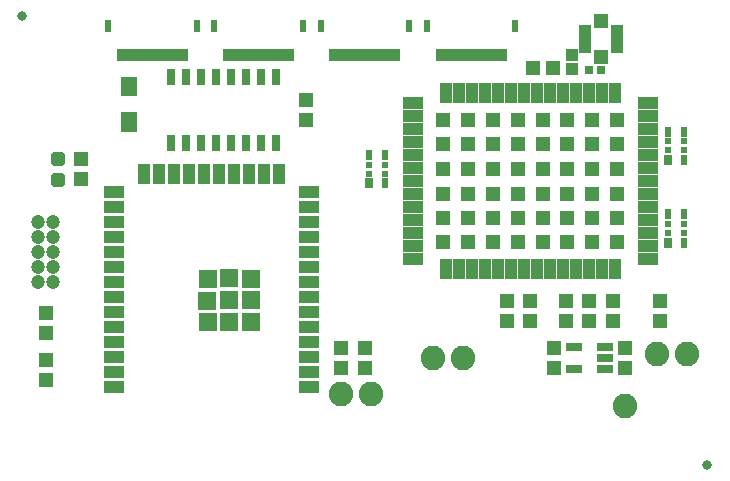
<source format=gts>
G04 EAGLE Gerber RS-274X export*
G75*
%MOMM*%
%FSLAX34Y34*%
%LPD*%
%INSoldermask Top*%
%IPPOS*%
%AMOC8*
5,1,8,0,0,1.08239X$1,22.5*%
G01*
%ADD10C,0.838200*%
%ADD11C,0.505344*%
%ADD12R,1.203200X1.303200*%
%ADD13R,1.103200X1.053200*%
%ADD14R,1.303200X1.203200*%
%ADD15R,0.803200X0.803200*%
%ADD16R,1.053200X1.723200*%
%ADD17R,1.723200X1.053200*%
%ADD18R,1.303200X1.303200*%
%ADD19R,0.620000X0.840000*%
%ADD20R,0.620000X0.560000*%
%ADD21R,0.640000X0.840000*%
%ADD22C,2.082800*%
%ADD23R,1.053200X2.403200*%
%ADD24R,1.203200X1.253200*%
%ADD25R,0.803200X1.403200*%
%ADD26R,0.503200X1.003200*%
%ADD27R,0.603200X1.003200*%
%ADD28R,1.403200X0.753200*%
%ADD29R,1.703200X1.103200*%
%ADD30R,1.103200X1.703200*%
%ADD31R,1.533200X1.533200*%
%ADD32R,1.473200X0.838200*%
%ADD33C,1.203200*%


D10*
X590000Y10000D03*
X10000Y390000D03*
D11*
X36510Y254720D02*
X43490Y254720D01*
X43490Y247740D01*
X36510Y247740D01*
X36510Y254720D01*
X36510Y252540D02*
X43490Y252540D01*
X43490Y272260D02*
X36510Y272260D01*
X43490Y272260D02*
X43490Y265280D01*
X36510Y265280D01*
X36510Y272260D01*
X36510Y270080D02*
X43490Y270080D01*
D12*
X60000Y268500D03*
X60000Y251500D03*
X510000Y131500D03*
X510000Y148500D03*
X490000Y131500D03*
X490000Y148500D03*
D13*
X475000Y345200D03*
X475000Y356800D03*
D14*
X459500Y346000D03*
X442500Y346000D03*
D12*
X470000Y131500D03*
X470000Y148500D03*
D15*
X500000Y344000D03*
X490000Y344000D03*
D16*
X511500Y324500D03*
X500500Y324500D03*
X489500Y324500D03*
X478500Y324500D03*
X467500Y324500D03*
X456500Y324500D03*
X445500Y324500D03*
X434500Y324500D03*
X423500Y324500D03*
X412500Y324500D03*
X401500Y324500D03*
X390500Y324500D03*
X379500Y324500D03*
X368500Y324500D03*
D17*
X340500Y316000D03*
X340500Y305000D03*
X340500Y294000D03*
X340500Y283000D03*
X340500Y272000D03*
X340500Y261000D03*
X340500Y250000D03*
X340500Y239000D03*
X340500Y228000D03*
X340500Y217000D03*
X340500Y206000D03*
X340500Y195000D03*
X340500Y184000D03*
D16*
X368500Y175500D03*
X379500Y175500D03*
X390500Y175500D03*
X401500Y175500D03*
X412500Y175500D03*
X423500Y175500D03*
X434500Y175500D03*
X445500Y175500D03*
X456500Y175500D03*
X467500Y175500D03*
X478500Y175500D03*
X489500Y175500D03*
X500500Y175500D03*
X511500Y175500D03*
D17*
X539500Y184000D03*
X539500Y195000D03*
X539500Y206000D03*
X539500Y217000D03*
X539500Y228000D03*
X539500Y239000D03*
X539500Y250000D03*
X539500Y261000D03*
X539500Y272000D03*
X539500Y283000D03*
X539500Y294000D03*
X539500Y305000D03*
X539500Y316000D03*
D18*
X450500Y260500D03*
X471500Y260500D03*
X492500Y260500D03*
X513500Y260500D03*
X450500Y281000D03*
X471500Y281000D03*
X492500Y281000D03*
X513500Y281000D03*
X450500Y301500D03*
X471500Y301500D03*
X492500Y301500D03*
X513500Y301500D03*
X450500Y198500D03*
X471500Y198500D03*
X492500Y198500D03*
X513500Y198500D03*
X450500Y219000D03*
X471500Y219000D03*
X492500Y219000D03*
X513500Y219000D03*
X450500Y239500D03*
X471500Y239500D03*
X492500Y239500D03*
X513500Y239500D03*
X429500Y239500D03*
X408500Y239500D03*
X387500Y239500D03*
X366500Y239500D03*
X429500Y219000D03*
X408500Y219000D03*
X387500Y219000D03*
X366500Y219000D03*
X429500Y198500D03*
X408500Y198500D03*
X387500Y198500D03*
X366500Y198500D03*
X429500Y301500D03*
X408500Y301500D03*
X387500Y301500D03*
X366500Y301500D03*
X429500Y281000D03*
X408500Y281000D03*
X387500Y281000D03*
X366500Y281000D03*
X429500Y260500D03*
X408500Y260500D03*
X387500Y260500D03*
X366500Y260500D03*
D12*
X420000Y148500D03*
X420000Y131500D03*
X440000Y131500D03*
X440000Y148500D03*
D19*
X569900Y222000D03*
D20*
X569900Y214000D03*
X569900Y206000D03*
D19*
X556700Y222000D03*
D20*
X556700Y214000D03*
X556700Y206000D03*
D21*
X556800Y198000D03*
D19*
X569900Y198000D03*
X569900Y292000D03*
D20*
X569900Y284000D03*
X569900Y276000D03*
D19*
X556700Y292000D03*
D20*
X556700Y284000D03*
X556700Y276000D03*
D21*
X556800Y268000D03*
D19*
X569900Y268000D03*
D12*
X550000Y148500D03*
X550000Y131500D03*
X300000Y91500D03*
X300000Y108500D03*
X280000Y91500D03*
X280000Y108500D03*
D19*
X316900Y272000D03*
D20*
X316900Y264000D03*
X316900Y256000D03*
D19*
X303700Y272000D03*
D20*
X303700Y264000D03*
X303700Y256000D03*
D21*
X303800Y248000D03*
D19*
X316900Y248000D03*
D22*
X280000Y70000D03*
X305400Y70000D03*
D12*
X520000Y91500D03*
X520000Y108500D03*
X460000Y108500D03*
X460000Y91500D03*
D23*
X513750Y370000D03*
X486250Y370000D03*
D24*
X500000Y354750D03*
X500000Y385250D03*
D22*
X382700Y100000D03*
X357300Y100000D03*
D25*
X224450Y338000D03*
X211750Y338000D03*
X199050Y338000D03*
X186350Y338000D03*
X173650Y338000D03*
X160950Y338000D03*
X148250Y338000D03*
X135550Y338000D03*
X135550Y282000D03*
X148250Y282000D03*
X160950Y282000D03*
X173650Y282000D03*
X186350Y282000D03*
X199050Y282000D03*
X211750Y282000D03*
X224450Y282000D03*
D12*
X250100Y301500D03*
X250100Y318500D03*
D26*
X147500Y356500D03*
X142500Y356500D03*
D27*
X157500Y381500D03*
X82500Y381500D03*
D26*
X137500Y356500D03*
X132500Y356500D03*
X127500Y356500D03*
X122500Y356500D03*
X117500Y356500D03*
X112500Y356500D03*
X107500Y356500D03*
X102500Y356500D03*
X97500Y356500D03*
X92500Y356500D03*
X237500Y356500D03*
X232500Y356500D03*
D27*
X247500Y381500D03*
X172500Y381500D03*
D26*
X227500Y356500D03*
X222500Y356500D03*
X217500Y356500D03*
X212500Y356500D03*
X207500Y356500D03*
X202500Y356500D03*
X197500Y356500D03*
X192500Y356500D03*
X187500Y356500D03*
X182500Y356500D03*
D28*
X503001Y90500D03*
X503001Y100000D03*
X503001Y109500D03*
X476999Y109500D03*
X476999Y90500D03*
D22*
X547000Y104000D03*
X572400Y104000D03*
D26*
X417500Y356500D03*
X412500Y356500D03*
D27*
X427500Y381500D03*
X352500Y381500D03*
D26*
X407500Y356500D03*
X402500Y356500D03*
X397500Y356500D03*
X392500Y356500D03*
X387500Y356500D03*
X382500Y356500D03*
X377500Y356500D03*
X372500Y356500D03*
X367500Y356500D03*
X362500Y356500D03*
D29*
X252380Y75700D03*
X252380Y88400D03*
X252380Y101100D03*
X252380Y113800D03*
X252380Y126500D03*
X252380Y139200D03*
X252380Y151900D03*
X252380Y164600D03*
X252380Y177300D03*
X252380Y190000D03*
X252380Y202700D03*
X252380Y215400D03*
X252380Y228100D03*
X252380Y240800D03*
D30*
X227150Y255700D03*
X214450Y255700D03*
X201750Y255700D03*
X189050Y255700D03*
X176350Y255700D03*
X163650Y255700D03*
X150950Y255700D03*
X138250Y255700D03*
X125550Y255700D03*
X112850Y255700D03*
D29*
X87620Y240800D03*
X87620Y228100D03*
X87620Y215400D03*
X87620Y202700D03*
X87620Y190000D03*
X87620Y177300D03*
X87620Y164600D03*
X87620Y151900D03*
X87620Y139200D03*
X87620Y126500D03*
X87620Y113800D03*
X87620Y101100D03*
X87620Y88400D03*
X87620Y75700D03*
D31*
X185310Y149120D03*
X166860Y130910D03*
X185160Y130910D03*
X203460Y130910D03*
X203460Y149210D03*
X166760Y148910D03*
X166860Y167510D03*
X185160Y167610D03*
X203460Y167510D03*
D32*
X100000Y295936D03*
X100000Y304064D03*
X100000Y325936D03*
X100000Y334064D03*
D22*
X520000Y60000D03*
D33*
X36350Y177300D03*
X36350Y190000D03*
X36350Y202700D03*
X36350Y215400D03*
X36350Y164600D03*
X23650Y177300D03*
X23650Y190000D03*
X23650Y202700D03*
X23650Y215400D03*
X23650Y164600D03*
D12*
X30000Y81500D03*
X30000Y98500D03*
X30000Y121500D03*
X30000Y138500D03*
D26*
X327500Y356500D03*
X322500Y356500D03*
D27*
X337500Y381500D03*
X262500Y381500D03*
D26*
X317500Y356500D03*
X312500Y356500D03*
X307500Y356500D03*
X302500Y356500D03*
X297500Y356500D03*
X292500Y356500D03*
X287500Y356500D03*
X282500Y356500D03*
X277500Y356500D03*
X272500Y356500D03*
M02*

</source>
